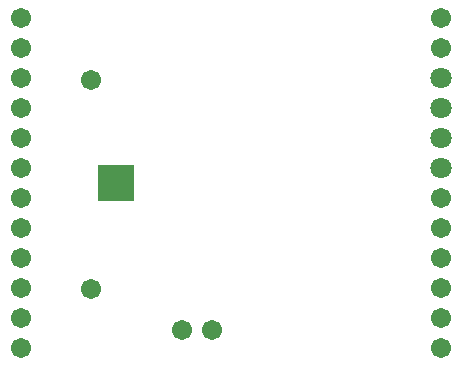
<source format=gbs>
G04*
G04 #@! TF.GenerationSoftware,Altium Limited,Altium Designer,18.1.7 (191)*
G04*
G04 Layer_Color=16711935*
%FSLAX25Y25*%
%MOIN*%
G70*
G01*
G75*
%ADD45C,0.06706*%
%ADD46C,0.07099*%
%ADD47C,0.03200*%
G36*
X37505Y10905D02*
Y-905D01*
X25695D01*
Y10905D01*
X37505D01*
D02*
G37*
D45*
X23200Y39500D02*
D03*
Y-30300D02*
D03*
X140000Y0D02*
D03*
Y-10000D02*
D03*
Y-50000D02*
D03*
Y-40000D02*
D03*
Y-30000D02*
D03*
Y-20000D02*
D03*
X0Y50000D02*
D03*
Y60000D02*
D03*
Y-20000D02*
D03*
Y-30000D02*
D03*
Y-40000D02*
D03*
Y-50000D02*
D03*
X63600Y-44000D02*
D03*
X53600D02*
D03*
X140000Y60000D02*
D03*
Y50000D02*
D03*
X0Y40000D02*
D03*
Y30000D02*
D03*
Y-10000D02*
D03*
Y0D02*
D03*
Y10000D02*
D03*
Y20000D02*
D03*
D46*
X140000D02*
D03*
Y10000D02*
D03*
Y40000D02*
D03*
Y30000D02*
D03*
D47*
X35931Y5000D02*
D03*
Y669D02*
D03*
Y9331D02*
D03*
X31600D02*
D03*
Y5000D02*
D03*
Y669D02*
D03*
X27269Y9331D02*
D03*
Y5000D02*
D03*
Y669D02*
D03*
M02*

</source>
